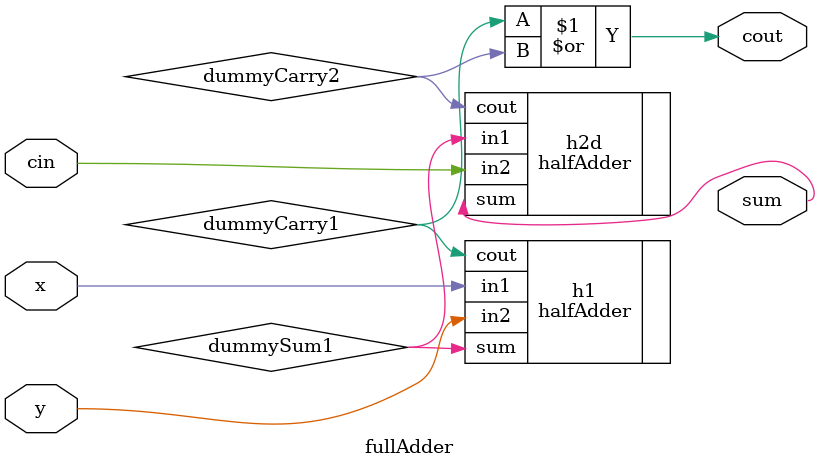
<source format=v>
module fullAdder (cin, x,y, cout, sum); 
// defining the inputs
input cin, x,y; 

// defining the outputs 
output cout, sum; 

//defining some wires 
wire dummySum1, dummyCarry1, dummyCarry2;

// applying the logic
halfAdder h1(.in1(x), .in2(y), .cout(dummyCarry1), .sum(dummySum1)); 
halfAdder h2d(.in1(dummySum1), .in2(cin), .cout(dummyCarry2), .sum(sum)); 
or or2(cout, dummyCarry1, dummyCarry2);

endmodule 
</source>
